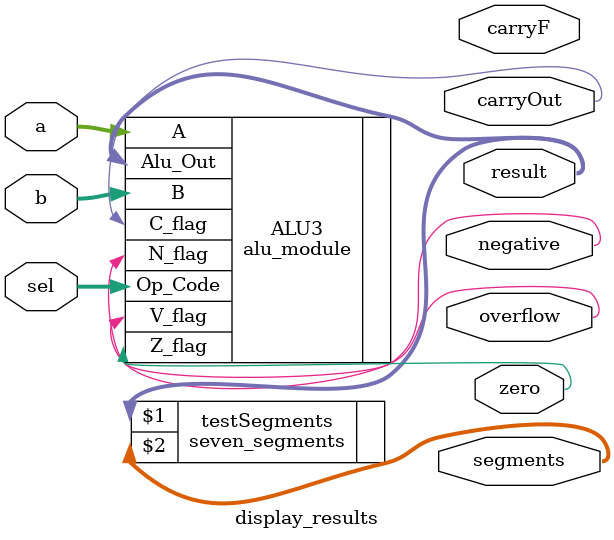
<source format=sv>
module display_results(input logic [3:0] a,
					input logic [3:0] b,
					input logic [3:0] sel,
					output logic [3:0] result,
					output logic [6:0] segments,
					output logic carryOut,
					output logic overflow, 
					output logic carryF,
					output logic negative,
					output logic zero);
		
		
		alu_module #(3) ALU3 (.A(a), .B(b), .Op_Code(sel), .Alu_Out(result), .C_flag(carryOut), .V_flag(overflow), .N_flag(negative), .Z_flag(zero)); 
		seven_segments testSegments(result, segments);
endmodule 
</source>
